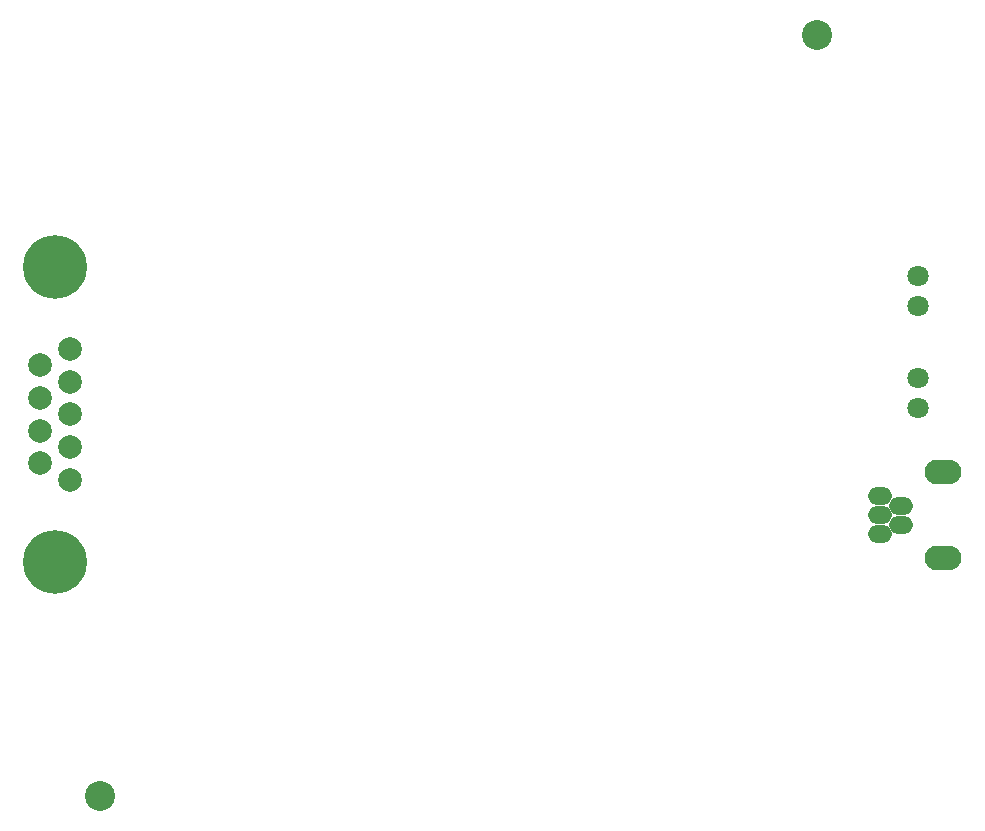
<source format=gbr>
G04 #@! TF.FileFunction,Soldermask,Bot*
%FSLAX46Y46*%
G04 Gerber Fmt 4.6, Leading zero omitted, Abs format (unit mm)*
G04 Created by KiCad (PCBNEW no-vcs-found-product) date Thu Nov 24 16:10:56 2016*
%MOMM*%
%LPD*%
G01*
G04 APERTURE LIST*
%ADD10C,0.100000*%
%ADD11O,3.100000X2.100000*%
%ADD12O,2.050000X1.500000*%
%ADD13C,2.000000*%
%ADD14C,5.400000*%
%ADD15C,1.800000*%
%ADD16C,2.540000*%
G04 APERTURE END LIST*
D10*
D11*
X189250000Y-102904000D03*
D12*
X183925000Y-104954000D03*
X183925000Y-106554000D03*
X185675000Y-105754000D03*
X185675000Y-107354000D03*
X183925000Y-108154000D03*
D11*
X189250000Y-110204000D03*
D13*
X115370000Y-92460000D03*
X115370000Y-95230000D03*
X115370000Y-98000000D03*
X115370000Y-100770000D03*
X115370000Y-103540000D03*
X112830000Y-93845000D03*
X112830000Y-96615000D03*
X112830000Y-99385000D03*
X112830000Y-102155000D03*
D14*
X114100000Y-85505000D03*
X114100000Y-110495000D03*
D15*
X187100000Y-94881000D03*
X187100000Y-97421000D03*
X187100000Y-86328000D03*
X187100000Y-88868000D03*
D16*
X117840000Y-130330000D03*
X178550000Y-65840000D03*
M02*

</source>
